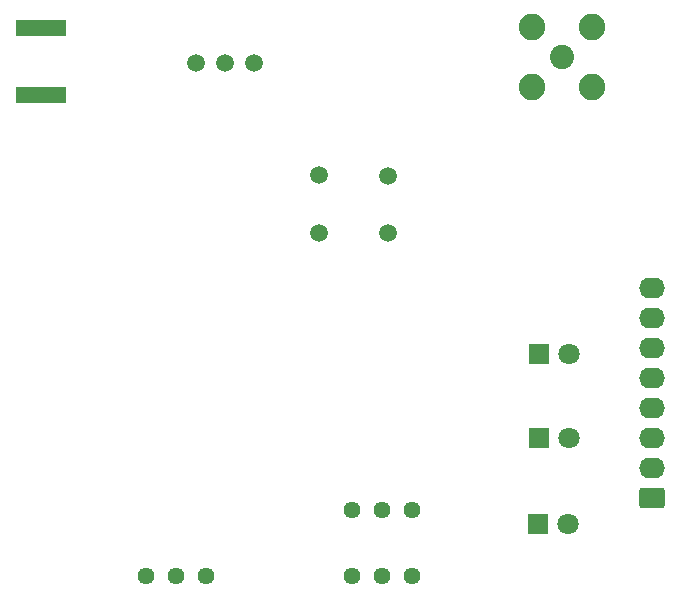
<source format=gbr>
%TF.GenerationSoftware,KiCad,Pcbnew,7.0.6-0*%
%TF.CreationDate,2023-12-30T17:27:14-06:00*%
%TF.ProjectId,IF_AND_DEMOD,49465f41-4e44-45f4-9445-4d4f442e6b69,rev?*%
%TF.SameCoordinates,Original*%
%TF.FileFunction,Soldermask,Bot*%
%TF.FilePolarity,Negative*%
%FSLAX46Y46*%
G04 Gerber Fmt 4.6, Leading zero omitted, Abs format (unit mm)*
G04 Created by KiCad (PCBNEW 7.0.6-0) date 2023-12-30 17:27:14*
%MOMM*%
%LPD*%
G01*
G04 APERTURE LIST*
G04 Aperture macros list*
%AMRoundRect*
0 Rectangle with rounded corners*
0 $1 Rounding radius*
0 $2 $3 $4 $5 $6 $7 $8 $9 X,Y pos of 4 corners*
0 Add a 4 corners polygon primitive as box body*
4,1,4,$2,$3,$4,$5,$6,$7,$8,$9,$2,$3,0*
0 Add four circle primitives for the rounded corners*
1,1,$1+$1,$2,$3*
1,1,$1+$1,$4,$5*
1,1,$1+$1,$6,$7*
1,1,$1+$1,$8,$9*
0 Add four rect primitives between the rounded corners*
20,1,$1+$1,$2,$3,$4,$5,0*
20,1,$1+$1,$4,$5,$6,$7,0*
20,1,$1+$1,$6,$7,$8,$9,0*
20,1,$1+$1,$8,$9,$2,$3,0*%
G04 Aperture macros list end*
%ADD10R,4.200000X1.350000*%
%ADD11C,1.500000*%
%ADD12R,1.800000X1.800000*%
%ADD13C,1.800000*%
%ADD14C,1.440000*%
%ADD15RoundRect,0.250000X0.845000X-0.620000X0.845000X0.620000X-0.845000X0.620000X-0.845000X-0.620000X0*%
%ADD16O,2.190000X1.740000*%
%ADD17C,2.050000*%
%ADD18C,2.250000*%
G04 APERTURE END LIST*
D10*
%TO.C,J1*%
X65622500Y-134415000D03*
X65622500Y-140065000D03*
%TD*%
D11*
%TO.C,Y3*%
X94996000Y-151802000D03*
X94996000Y-146922000D03*
%TD*%
D12*
%TO.C,D2*%
X107743000Y-169164000D03*
D13*
X110283000Y-169164000D03*
%TD*%
D12*
%TO.C,D1*%
X107743000Y-162052000D03*
D13*
X110283000Y-162052000D03*
%TD*%
D11*
%TO.C,Y2*%
X89154000Y-146902000D03*
X89154000Y-151782000D03*
%TD*%
D12*
%TO.C,D5*%
X107721000Y-176403000D03*
D13*
X110261000Y-176403000D03*
%TD*%
D11*
%TO.C,Y1*%
X78740000Y-137414000D03*
X81180000Y-137414000D03*
X83620000Y-137414000D03*
%TD*%
D14*
%TO.C,RV2*%
X97028000Y-175260000D03*
X94488000Y-175260000D03*
X91948000Y-175260000D03*
%TD*%
%TO.C,RV1*%
X97054500Y-180848000D03*
X94514500Y-180848000D03*
X91974500Y-180848000D03*
%TD*%
D15*
%TO.C,J3*%
X117348000Y-174244000D03*
D16*
X117348000Y-171704000D03*
X117348000Y-169164000D03*
X117348000Y-166624000D03*
X117348000Y-164084000D03*
X117348000Y-161544000D03*
X117348000Y-159004000D03*
X117348000Y-156464000D03*
%TD*%
D14*
%TO.C,RV3*%
X79629000Y-180848000D03*
X77089000Y-180848000D03*
X74549000Y-180848000D03*
%TD*%
D17*
%TO.C,J2*%
X109728000Y-136906000D03*
D18*
X107188000Y-139446000D03*
X112268000Y-139446000D03*
X107188000Y-134366000D03*
X112268000Y-134366000D03*
%TD*%
M02*

</source>
